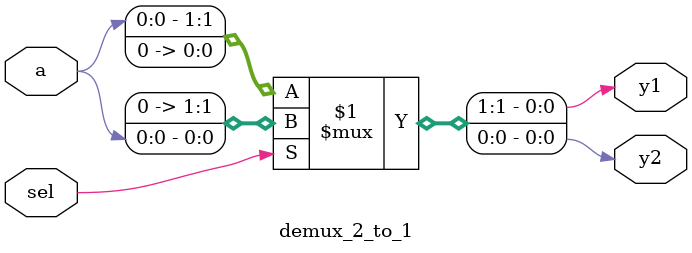
<source format=v>
module demux_2_to_1(

input a,
input sel,
output y1,y2
  );
//  assign y1 = a &  sel;
//  assign y2 = a & ~sel;
 assign {y1,y2} = sel?{1'b0,a}: {a,1'b0};
endmodule
</source>
